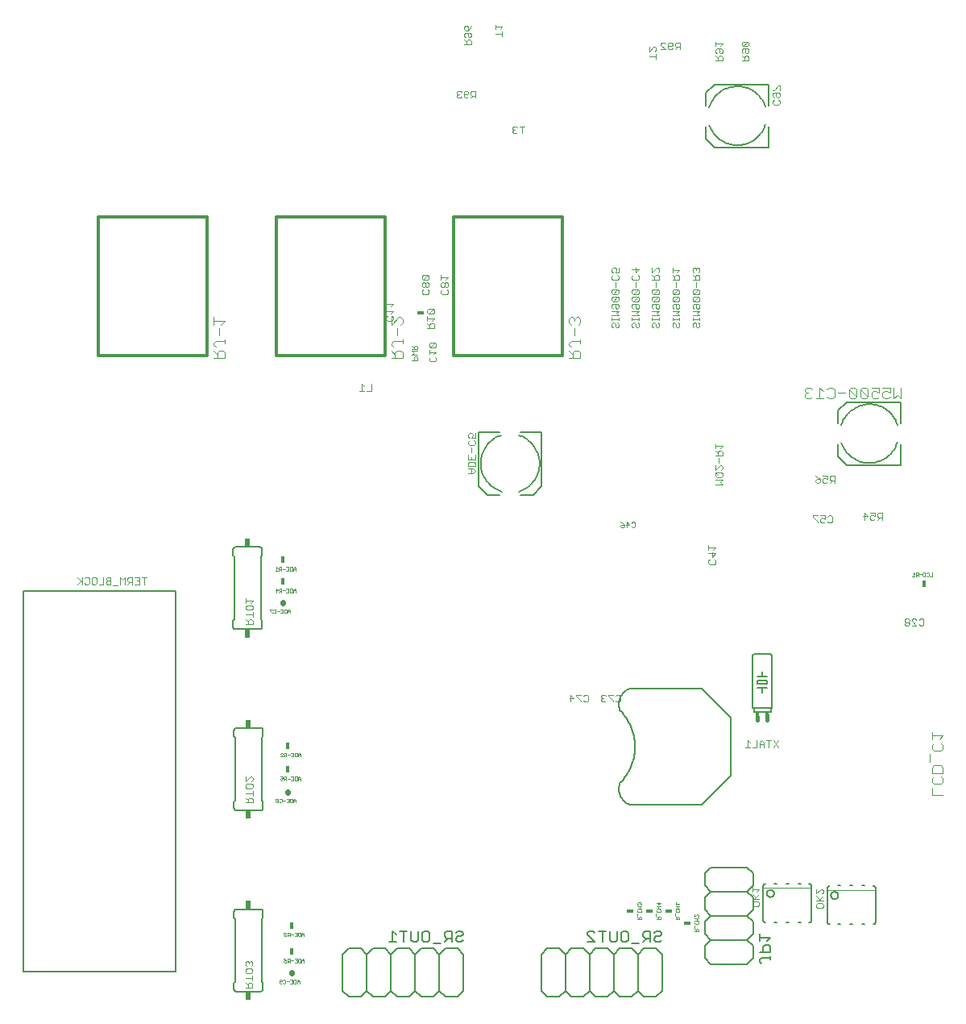
<source format=gbo>
G75*
G70*
%OFA0B0*%
%FSLAX24Y24*%
%IPPOS*%
%LPD*%
%AMOC8*
5,1,8,0,0,1.08239X$1,22.5*
%
%ADD10C,0.0030*%
%ADD11C,0.0220*%
%ADD12C,0.0010*%
%ADD13C,0.0080*%
%ADD14R,0.0180X0.0300*%
%ADD15R,0.0300X0.0180*%
%ADD16C,0.0060*%
%ADD17C,0.0050*%
%ADD18C,0.0040*%
%ADD19C,0.0020*%
%ADD20C,0.0160*%
%ADD21R,0.0160X0.0230*%
%ADD22R,0.0240X0.0340*%
%ADD23C,0.0120*%
D10*
X010331Y003313D02*
X010621Y003313D01*
X010621Y003458D01*
X010573Y003506D01*
X010476Y003506D01*
X010427Y003458D01*
X010427Y003313D01*
X010427Y003409D02*
X010331Y003506D01*
X010331Y003704D02*
X010621Y003704D01*
X010621Y003607D02*
X010621Y003801D01*
X010573Y003902D02*
X010379Y003902D01*
X010331Y003950D01*
X010331Y004047D01*
X010379Y004095D01*
X010573Y004095D01*
X010621Y004047D01*
X010621Y003950D01*
X010573Y003902D01*
X010573Y004197D02*
X010621Y004245D01*
X010621Y004342D01*
X010573Y004390D01*
X010524Y004390D01*
X010476Y004342D01*
X010427Y004390D01*
X010379Y004390D01*
X010331Y004342D01*
X010331Y004245D01*
X010379Y004197D01*
X010476Y004293D02*
X010476Y004342D01*
X010432Y010955D02*
X010432Y011100D01*
X010481Y011149D01*
X010578Y011149D01*
X010626Y011100D01*
X010626Y010955D01*
X010336Y010955D01*
X010432Y011052D02*
X010336Y011149D01*
X010336Y011347D02*
X010626Y011347D01*
X010626Y011250D02*
X010626Y011444D01*
X010578Y011545D02*
X010384Y011545D01*
X010336Y011593D01*
X010336Y011690D01*
X010384Y011738D01*
X010578Y011738D01*
X010626Y011690D01*
X010626Y011593D01*
X010578Y011545D01*
X010578Y011839D02*
X010626Y011888D01*
X010626Y011984D01*
X010578Y012033D01*
X010529Y012033D01*
X010336Y011839D01*
X010336Y012033D01*
X010346Y018332D02*
X010636Y018332D01*
X010636Y018477D01*
X010587Y018526D01*
X010491Y018526D01*
X010442Y018477D01*
X010442Y018332D01*
X010442Y018429D02*
X010346Y018526D01*
X010346Y018724D02*
X010636Y018724D01*
X010636Y018820D02*
X010636Y018627D01*
X010587Y018922D02*
X010394Y018922D01*
X010346Y018970D01*
X010346Y019067D01*
X010394Y019115D01*
X010587Y019115D01*
X010636Y019067D01*
X010636Y018970D01*
X010587Y018922D01*
X010539Y019216D02*
X010636Y019313D01*
X010346Y019313D01*
X010346Y019216D02*
X010346Y019410D01*
X006224Y020269D02*
X006030Y020269D01*
X006127Y020269D02*
X006127Y019978D01*
X005929Y019978D02*
X005736Y019978D01*
X005635Y019978D02*
X005635Y020269D01*
X005490Y020269D01*
X005441Y020220D01*
X005441Y020124D01*
X005490Y020075D01*
X005635Y020075D01*
X005538Y020075D02*
X005441Y019978D01*
X005340Y019978D02*
X005340Y020269D01*
X005243Y020172D01*
X005147Y020269D01*
X005147Y019978D01*
X005045Y019930D02*
X004852Y019930D01*
X004751Y019978D02*
X004606Y019978D01*
X004557Y020027D01*
X004557Y020075D01*
X004606Y020124D01*
X004751Y020124D01*
X004751Y020269D02*
X004606Y020269D01*
X004557Y020220D01*
X004557Y020172D01*
X004606Y020124D01*
X004751Y019978D02*
X004751Y020269D01*
X004456Y020269D02*
X004456Y019978D01*
X004263Y019978D01*
X004161Y020027D02*
X004113Y019978D01*
X004016Y019978D01*
X003968Y020027D01*
X003968Y020220D01*
X004016Y020269D01*
X004113Y020269D01*
X004161Y020220D01*
X004161Y020027D01*
X003867Y020027D02*
X003818Y019978D01*
X003722Y019978D01*
X003673Y020027D01*
X003572Y020075D02*
X003379Y020269D01*
X003572Y020269D02*
X003572Y019978D01*
X003524Y020124D02*
X003379Y019978D01*
X003673Y020220D02*
X003722Y020269D01*
X003818Y020269D01*
X003867Y020220D01*
X003867Y020027D01*
X005736Y020269D02*
X005929Y020269D01*
X005929Y019978D01*
X005929Y020124D02*
X005833Y020124D01*
X015056Y027971D02*
X015250Y027971D01*
X015153Y027971D02*
X015153Y028262D01*
X015250Y028165D01*
X015351Y027971D02*
X015545Y027971D01*
X015545Y028262D01*
X017926Y029239D02*
X017926Y029336D01*
X017975Y029384D01*
X017926Y029486D02*
X017926Y029679D01*
X017926Y029582D02*
X018216Y029582D01*
X018120Y029486D01*
X018168Y029384D02*
X018216Y029336D01*
X018216Y029239D01*
X018168Y029191D01*
X017975Y029191D01*
X017926Y029239D01*
X017975Y029780D02*
X017926Y029829D01*
X017926Y029925D01*
X017975Y029974D01*
X018168Y029974D01*
X017975Y029780D01*
X018168Y029780D01*
X018216Y029829D01*
X018216Y029925D01*
X018168Y029974D01*
X018139Y030582D02*
X017848Y030582D01*
X017945Y030582D02*
X017945Y030727D01*
X017993Y030776D01*
X018090Y030776D01*
X018139Y030727D01*
X018139Y030582D01*
X017945Y030679D02*
X017848Y030776D01*
X017848Y030877D02*
X017848Y031070D01*
X017848Y030974D02*
X018139Y030974D01*
X018042Y030877D01*
X018090Y031171D02*
X018139Y031220D01*
X018139Y031317D01*
X018090Y031365D01*
X017897Y031171D01*
X017848Y031220D01*
X017848Y031317D01*
X017897Y031365D01*
X018090Y031365D01*
X018090Y031171D02*
X017897Y031171D01*
X017874Y031971D02*
X017680Y031971D01*
X017632Y032019D01*
X017632Y032116D01*
X017680Y032164D01*
X017680Y032265D02*
X017729Y032265D01*
X017777Y032314D01*
X017777Y032410D01*
X017729Y032459D01*
X017680Y032459D01*
X017632Y032410D01*
X017632Y032314D01*
X017680Y032265D01*
X017777Y032314D02*
X017825Y032265D01*
X017874Y032265D01*
X017922Y032314D01*
X017922Y032410D01*
X017874Y032459D01*
X017825Y032459D01*
X017777Y032410D01*
X017680Y032560D02*
X017874Y032753D01*
X017680Y032753D01*
X017632Y032705D01*
X017632Y032608D01*
X017680Y032560D01*
X017874Y032560D01*
X017922Y032608D01*
X017922Y032705D01*
X017874Y032753D01*
X017874Y032164D02*
X017922Y032116D01*
X017922Y032019D01*
X017874Y031971D01*
X018419Y032019D02*
X018419Y032116D01*
X018468Y032164D01*
X018468Y032265D02*
X018516Y032265D01*
X018564Y032314D01*
X018564Y032410D01*
X018516Y032459D01*
X018468Y032459D01*
X018419Y032410D01*
X018419Y032314D01*
X018468Y032265D01*
X018564Y032314D02*
X018613Y032265D01*
X018661Y032265D01*
X018710Y032314D01*
X018710Y032410D01*
X018661Y032459D01*
X018613Y032459D01*
X018564Y032410D01*
X018613Y032560D02*
X018710Y032657D01*
X018419Y032657D01*
X018419Y032753D02*
X018419Y032560D01*
X018661Y032164D02*
X018710Y032116D01*
X018710Y032019D01*
X018661Y031971D01*
X018468Y031971D01*
X018419Y032019D01*
X016432Y031560D02*
X016142Y031560D01*
X016142Y031463D02*
X016142Y031657D01*
X016335Y031463D02*
X016432Y031560D01*
X016432Y031265D02*
X016142Y031265D01*
X016142Y031169D02*
X016142Y031362D01*
X016335Y031169D02*
X016432Y031265D01*
X016384Y031067D02*
X016432Y031019D01*
X016432Y030922D01*
X016384Y030874D01*
X016190Y030874D01*
X016142Y030922D01*
X016142Y031019D01*
X016190Y031067D01*
X019593Y026226D02*
X019544Y026177D01*
X019544Y026081D01*
X019593Y026032D01*
X019689Y026032D02*
X019738Y026129D01*
X019738Y026177D01*
X019689Y026226D01*
X019593Y026226D01*
X019689Y026032D02*
X019834Y026032D01*
X019834Y026226D01*
X019786Y025931D02*
X019834Y025883D01*
X019834Y025786D01*
X019786Y025738D01*
X019593Y025738D01*
X019544Y025786D01*
X019544Y025883D01*
X019593Y025931D01*
X019689Y025636D02*
X019689Y025443D01*
X019544Y025342D02*
X019544Y025148D01*
X019834Y025148D01*
X019834Y025342D01*
X019689Y025245D02*
X019689Y025148D01*
X019593Y025047D02*
X019786Y025047D01*
X019834Y024999D01*
X019834Y024854D01*
X019544Y024854D01*
X019544Y024999D01*
X019593Y025047D01*
X019544Y024752D02*
X019738Y024752D01*
X019834Y024656D01*
X019738Y024559D01*
X019544Y024559D01*
X019689Y024559D02*
X019689Y024752D01*
X025480Y030647D02*
X025529Y030598D01*
X025480Y030647D02*
X025480Y030744D01*
X025529Y030792D01*
X025577Y030792D01*
X025625Y030744D01*
X025625Y030647D01*
X025674Y030598D01*
X025722Y030598D01*
X025771Y030647D01*
X025771Y030744D01*
X025722Y030792D01*
X025771Y030893D02*
X025771Y030990D01*
X025771Y030941D02*
X025480Y030941D01*
X025480Y030893D02*
X025480Y030990D01*
X025480Y031090D02*
X025771Y031090D01*
X025674Y031186D01*
X025771Y031283D01*
X025480Y031283D01*
X025529Y031384D02*
X025480Y031433D01*
X025480Y031529D01*
X025529Y031578D01*
X025722Y031578D01*
X025771Y031529D01*
X025771Y031433D01*
X025722Y031384D01*
X025674Y031384D01*
X025625Y031433D01*
X025625Y031578D01*
X025529Y031679D02*
X025722Y031872D01*
X025529Y031872D01*
X025480Y031824D01*
X025480Y031727D01*
X025529Y031679D01*
X025722Y031679D01*
X025771Y031727D01*
X025771Y031824D01*
X025722Y031872D01*
X025722Y031974D02*
X025771Y032022D01*
X025771Y032119D01*
X025722Y032167D01*
X025529Y031974D01*
X025480Y032022D01*
X025480Y032119D01*
X025529Y032167D01*
X025722Y032167D01*
X025625Y032268D02*
X025625Y032462D01*
X025529Y032563D02*
X025480Y032611D01*
X025480Y032708D01*
X025529Y032756D01*
X025529Y032857D02*
X025480Y032906D01*
X025480Y033003D01*
X025529Y033051D01*
X025625Y033051D01*
X025674Y033003D01*
X025674Y032954D01*
X025625Y032857D01*
X025771Y032857D01*
X025771Y033051D01*
X025722Y032756D02*
X025771Y032708D01*
X025771Y032611D01*
X025722Y032563D01*
X025529Y032563D01*
X025529Y031974D02*
X025722Y031974D01*
X026317Y032022D02*
X026365Y031974D01*
X026559Y032167D01*
X026365Y032167D01*
X026317Y032119D01*
X026317Y032022D01*
X026365Y031974D02*
X026559Y031974D01*
X026607Y032022D01*
X026607Y032119D01*
X026559Y032167D01*
X026462Y032268D02*
X026462Y032462D01*
X026365Y032563D02*
X026317Y032611D01*
X026317Y032708D01*
X026365Y032756D01*
X026462Y032857D02*
X026462Y033051D01*
X026317Y033003D02*
X026607Y033003D01*
X026462Y032857D01*
X026559Y032756D02*
X026607Y032708D01*
X026607Y032611D01*
X026559Y032563D01*
X026365Y032563D01*
X026365Y031872D02*
X026317Y031824D01*
X026317Y031727D01*
X026365Y031679D01*
X026559Y031872D01*
X026365Y031872D01*
X026365Y031679D02*
X026559Y031679D01*
X026607Y031727D01*
X026607Y031824D01*
X026559Y031872D01*
X026559Y031578D02*
X026607Y031529D01*
X026607Y031433D01*
X026559Y031384D01*
X026510Y031384D01*
X026462Y031433D01*
X026462Y031578D01*
X026365Y031578D02*
X026559Y031578D01*
X026365Y031578D02*
X026317Y031529D01*
X026317Y031433D01*
X026365Y031384D01*
X026317Y031283D02*
X026607Y031283D01*
X026510Y031186D01*
X026607Y031090D01*
X026317Y031090D01*
X026317Y030990D02*
X026317Y030893D01*
X026317Y030941D02*
X026607Y030941D01*
X026607Y030893D02*
X026607Y030990D01*
X026559Y030792D02*
X026607Y030744D01*
X026607Y030647D01*
X026559Y030598D01*
X026510Y030598D01*
X026462Y030647D01*
X026462Y030744D01*
X026414Y030792D01*
X026365Y030792D01*
X026317Y030744D01*
X026317Y030647D01*
X026365Y030598D01*
X027154Y030647D02*
X027202Y030598D01*
X027154Y030647D02*
X027154Y030744D01*
X027202Y030792D01*
X027250Y030792D01*
X027299Y030744D01*
X027299Y030647D01*
X027347Y030598D01*
X027395Y030598D01*
X027444Y030647D01*
X027444Y030744D01*
X027395Y030792D01*
X027444Y030893D02*
X027444Y030990D01*
X027444Y030941D02*
X027154Y030941D01*
X027154Y030893D02*
X027154Y030990D01*
X027154Y031090D02*
X027444Y031090D01*
X027347Y031186D01*
X027444Y031283D01*
X027154Y031283D01*
X027202Y031384D02*
X027154Y031433D01*
X027154Y031529D01*
X027202Y031578D01*
X027395Y031578D01*
X027444Y031529D01*
X027444Y031433D01*
X027395Y031384D01*
X027347Y031384D01*
X027299Y031433D01*
X027299Y031578D01*
X027395Y031679D02*
X027444Y031727D01*
X027444Y031824D01*
X027395Y031872D01*
X027202Y031679D01*
X027154Y031727D01*
X027154Y031824D01*
X027202Y031872D01*
X027395Y031872D01*
X027395Y031974D02*
X027444Y032022D01*
X027444Y032119D01*
X027395Y032167D01*
X027202Y031974D01*
X027154Y032022D01*
X027154Y032119D01*
X027202Y032167D01*
X027395Y032167D01*
X027299Y032268D02*
X027299Y032462D01*
X027250Y032563D02*
X027250Y032708D01*
X027299Y032756D01*
X027395Y032756D01*
X027444Y032708D01*
X027444Y032563D01*
X027154Y032563D01*
X027250Y032660D02*
X027154Y032756D01*
X027154Y032857D02*
X027347Y033051D01*
X027395Y033051D01*
X027444Y033003D01*
X027444Y032906D01*
X027395Y032857D01*
X027154Y032857D02*
X027154Y033051D01*
X027990Y033051D02*
X027990Y032857D01*
X027990Y032954D02*
X028280Y032954D01*
X028184Y032857D01*
X028232Y032756D02*
X028135Y032756D01*
X028087Y032708D01*
X028087Y032563D01*
X028087Y032660D02*
X027990Y032756D01*
X027990Y032563D02*
X028280Y032563D01*
X028280Y032708D01*
X028232Y032756D01*
X028135Y032462D02*
X028135Y032268D01*
X028039Y032167D02*
X027990Y032119D01*
X027990Y032022D01*
X028039Y031974D01*
X028232Y032167D01*
X028039Y032167D01*
X028232Y032167D02*
X028280Y032119D01*
X028280Y032022D01*
X028232Y031974D01*
X028039Y031974D01*
X028039Y031872D02*
X027990Y031824D01*
X027990Y031727D01*
X028039Y031679D01*
X028232Y031872D01*
X028039Y031872D01*
X028232Y031872D02*
X028280Y031824D01*
X028280Y031727D01*
X028232Y031679D01*
X028039Y031679D01*
X028039Y031578D02*
X028232Y031578D01*
X028280Y031529D01*
X028280Y031433D01*
X028232Y031384D01*
X028184Y031384D01*
X028135Y031433D01*
X028135Y031578D01*
X028039Y031578D02*
X027990Y031529D01*
X027990Y031433D01*
X028039Y031384D01*
X027990Y031283D02*
X028280Y031283D01*
X028184Y031186D01*
X028280Y031090D01*
X027990Y031090D01*
X027990Y030990D02*
X027990Y030893D01*
X027990Y030941D02*
X028280Y030941D01*
X028280Y030893D02*
X028280Y030990D01*
X028232Y030792D02*
X028280Y030744D01*
X028280Y030647D01*
X028232Y030598D01*
X028184Y030598D01*
X028135Y030647D01*
X028135Y030744D01*
X028087Y030792D01*
X028039Y030792D01*
X027990Y030744D01*
X027990Y030647D01*
X028039Y030598D01*
X028827Y030647D02*
X028875Y030598D01*
X028827Y030647D02*
X028827Y030744D01*
X028875Y030792D01*
X028924Y030792D01*
X028972Y030744D01*
X028972Y030647D01*
X029020Y030598D01*
X029069Y030598D01*
X029117Y030647D01*
X029117Y030744D01*
X029069Y030792D01*
X029117Y030893D02*
X029117Y030990D01*
X029117Y030941D02*
X028827Y030941D01*
X028827Y030893D02*
X028827Y030990D01*
X028827Y031090D02*
X029117Y031090D01*
X029020Y031186D01*
X029117Y031283D01*
X028827Y031283D01*
X028875Y031384D02*
X028827Y031433D01*
X028827Y031529D01*
X028875Y031578D01*
X029069Y031578D01*
X029117Y031529D01*
X029117Y031433D01*
X029069Y031384D01*
X029020Y031384D01*
X028972Y031433D01*
X028972Y031578D01*
X029069Y031679D02*
X029117Y031727D01*
X029117Y031824D01*
X029069Y031872D01*
X028875Y031679D01*
X028827Y031727D01*
X028827Y031824D01*
X028875Y031872D01*
X029069Y031872D01*
X029069Y031974D02*
X029117Y032022D01*
X029117Y032119D01*
X029069Y032167D01*
X028875Y031974D01*
X028827Y032022D01*
X028827Y032119D01*
X028875Y032167D01*
X029069Y032167D01*
X028972Y032268D02*
X028972Y032462D01*
X028924Y032563D02*
X028924Y032708D01*
X028972Y032756D01*
X029069Y032756D01*
X029117Y032708D01*
X029117Y032563D01*
X028827Y032563D01*
X028924Y032660D02*
X028827Y032756D01*
X028875Y032857D02*
X028827Y032906D01*
X028827Y033003D01*
X028875Y033051D01*
X028924Y033051D01*
X028972Y033003D01*
X028972Y032954D01*
X028972Y033003D02*
X029020Y033051D01*
X029069Y033051D01*
X029117Y033003D01*
X029117Y032906D01*
X029069Y032857D01*
X029069Y031974D02*
X028875Y031974D01*
X028875Y031679D02*
X029069Y031679D01*
X027395Y031679D02*
X027202Y031679D01*
X027202Y031974D02*
X027395Y031974D01*
X029777Y025782D02*
X029777Y025589D01*
X029777Y025686D02*
X030067Y025686D01*
X029970Y025589D01*
X029922Y025488D02*
X029874Y025439D01*
X029874Y025294D01*
X029874Y025391D02*
X029777Y025488D01*
X029922Y025488D02*
X030019Y025488D01*
X030067Y025439D01*
X030067Y025294D01*
X029777Y025294D01*
X029922Y025193D02*
X029922Y025000D01*
X029970Y024898D02*
X030019Y024898D01*
X030067Y024850D01*
X030067Y024753D01*
X030019Y024705D01*
X030019Y024604D02*
X029825Y024604D01*
X029777Y024555D01*
X029777Y024459D01*
X029825Y024410D01*
X030019Y024410D01*
X030067Y024459D01*
X030067Y024555D01*
X030019Y024604D01*
X029874Y024507D02*
X029777Y024604D01*
X029777Y024705D02*
X029970Y024898D01*
X029777Y024898D02*
X029777Y024705D01*
X029777Y024309D02*
X030067Y024309D01*
X029970Y024212D01*
X030067Y024116D01*
X029777Y024116D01*
X029483Y021598D02*
X029483Y021404D01*
X029483Y021501D02*
X029773Y021501D01*
X029677Y021404D01*
X029628Y021303D02*
X029628Y021110D01*
X029773Y021255D01*
X029483Y021255D01*
X029532Y021008D02*
X029483Y020960D01*
X029483Y020863D01*
X029532Y020815D01*
X029725Y020815D01*
X029773Y020863D01*
X029773Y020960D01*
X029725Y021008D01*
X033821Y022777D02*
X034015Y022584D01*
X034015Y022535D01*
X034116Y022584D02*
X034164Y022535D01*
X034261Y022535D01*
X034309Y022584D01*
X034309Y022681D02*
X034212Y022729D01*
X034164Y022729D01*
X034116Y022681D01*
X034116Y022584D01*
X034309Y022681D02*
X034309Y022826D01*
X034116Y022826D01*
X034015Y022826D02*
X033821Y022826D01*
X033821Y022777D01*
X034410Y022777D02*
X034459Y022826D01*
X034556Y022826D01*
X034604Y022777D01*
X034604Y022584D01*
X034556Y022535D01*
X034459Y022535D01*
X034410Y022584D01*
X035877Y022794D02*
X036070Y022794D01*
X035925Y022939D01*
X035925Y022649D01*
X036171Y022697D02*
X036220Y022649D01*
X036316Y022649D01*
X036365Y022697D01*
X036365Y022794D02*
X036268Y022842D01*
X036220Y022842D01*
X036171Y022794D01*
X036171Y022697D01*
X036365Y022794D02*
X036365Y022939D01*
X036171Y022939D01*
X036466Y022891D02*
X036466Y022794D01*
X036514Y022746D01*
X036660Y022746D01*
X036660Y022649D02*
X036660Y022939D01*
X036514Y022939D01*
X036466Y022891D01*
X036563Y022746D02*
X036466Y022649D01*
X034691Y024175D02*
X034691Y024465D01*
X034546Y024465D01*
X034498Y024416D01*
X034498Y024320D01*
X034546Y024271D01*
X034691Y024271D01*
X034594Y024271D02*
X034498Y024175D01*
X034396Y024223D02*
X034348Y024175D01*
X034251Y024175D01*
X034203Y024223D01*
X034203Y024320D01*
X034251Y024368D01*
X034300Y024368D01*
X034396Y024320D01*
X034396Y024465D01*
X034203Y024465D01*
X034102Y024320D02*
X033957Y024320D01*
X033908Y024271D01*
X033908Y024223D01*
X033957Y024175D01*
X034053Y024175D01*
X034102Y024223D01*
X034102Y024320D01*
X034005Y024416D01*
X033908Y024465D01*
X037649Y018561D02*
X037601Y018512D01*
X037601Y018464D01*
X037649Y018416D01*
X037746Y018416D01*
X037794Y018464D01*
X037794Y018512D01*
X037746Y018561D01*
X037649Y018561D01*
X037649Y018416D02*
X037601Y018367D01*
X037601Y018319D01*
X037649Y018271D01*
X037746Y018271D01*
X037794Y018319D01*
X037794Y018367D01*
X037746Y018416D01*
X037895Y018464D02*
X037895Y018512D01*
X037944Y018561D01*
X038040Y018561D01*
X038089Y018512D01*
X038190Y018512D02*
X038238Y018561D01*
X038335Y018561D01*
X038384Y018512D01*
X038384Y018319D01*
X038335Y018271D01*
X038238Y018271D01*
X038190Y018319D01*
X038089Y018271D02*
X037895Y018464D01*
X037895Y018271D02*
X038089Y018271D01*
X032373Y013529D02*
X032179Y013239D01*
X032373Y013239D02*
X032179Y013529D01*
X032078Y013529D02*
X031885Y013529D01*
X031981Y013529D02*
X031981Y013239D01*
X031783Y013239D02*
X031783Y013433D01*
X031687Y013529D01*
X031590Y013433D01*
X031590Y013239D01*
X031489Y013239D02*
X031295Y013239D01*
X031194Y013239D02*
X031001Y013239D01*
X031097Y013239D02*
X031097Y013529D01*
X031194Y013433D01*
X031489Y013529D02*
X031489Y013239D01*
X031590Y013384D02*
X031783Y013384D01*
X031290Y007462D02*
X031290Y007268D01*
X031290Y007365D02*
X031580Y007365D01*
X031483Y007268D01*
X031580Y007167D02*
X031387Y006974D01*
X031435Y007022D02*
X031290Y007167D01*
X031290Y006974D02*
X031580Y006974D01*
X031532Y006873D02*
X031580Y006824D01*
X031580Y006727D01*
X031532Y006679D01*
X031338Y006679D01*
X031290Y006727D01*
X031290Y006824D01*
X031338Y006873D01*
X031532Y006873D01*
X033947Y006895D02*
X034238Y006895D01*
X034189Y006794D02*
X034238Y006745D01*
X034238Y006649D01*
X034189Y006600D01*
X033996Y006600D01*
X033947Y006649D01*
X033947Y006745D01*
X033996Y006794D01*
X034189Y006794D01*
X034044Y006895D02*
X034238Y007088D01*
X034189Y007190D02*
X034238Y007238D01*
X034238Y007335D01*
X034189Y007383D01*
X034141Y007383D01*
X033947Y007190D01*
X033947Y007383D01*
X033947Y007088D02*
X034092Y006943D01*
X025834Y015169D02*
X025786Y015121D01*
X025689Y015121D01*
X025641Y015169D01*
X025540Y015169D02*
X025540Y015121D01*
X025540Y015169D02*
X025346Y015363D01*
X025346Y015411D01*
X025540Y015411D01*
X025641Y015363D02*
X025689Y015411D01*
X025786Y015411D01*
X025834Y015363D01*
X025834Y015169D01*
X025245Y015169D02*
X025197Y015121D01*
X025100Y015121D01*
X025052Y015169D01*
X025052Y015218D01*
X025100Y015266D01*
X025148Y015266D01*
X025100Y015266D02*
X025052Y015314D01*
X025052Y015363D01*
X025100Y015411D01*
X025197Y015411D01*
X025245Y015363D01*
X024506Y015363D02*
X024506Y015169D01*
X024457Y015121D01*
X024360Y015121D01*
X024312Y015169D01*
X024211Y015169D02*
X024211Y015121D01*
X024211Y015169D02*
X024017Y015363D01*
X024017Y015411D01*
X024211Y015411D01*
X024312Y015363D02*
X024360Y015411D01*
X024457Y015411D01*
X024506Y015363D01*
X023916Y015266D02*
X023723Y015266D01*
X023771Y015121D02*
X023771Y015411D01*
X023916Y015266D01*
X021774Y038622D02*
X021774Y038912D01*
X021870Y038912D02*
X021677Y038912D01*
X021576Y038864D02*
X021527Y038912D01*
X021431Y038912D01*
X021382Y038864D01*
X021382Y038815D01*
X021431Y038767D01*
X021382Y038719D01*
X021382Y038670D01*
X021431Y038622D01*
X021527Y038622D01*
X021576Y038670D01*
X021479Y038767D02*
X021431Y038767D01*
X019847Y040086D02*
X019847Y040377D01*
X019701Y040377D01*
X019653Y040328D01*
X019653Y040231D01*
X019701Y040183D01*
X019847Y040183D01*
X019750Y040183D02*
X019653Y040086D01*
X019552Y040135D02*
X019504Y040086D01*
X019407Y040086D01*
X019358Y040135D01*
X019358Y040328D01*
X019407Y040377D01*
X019504Y040377D01*
X019552Y040328D01*
X019552Y040280D01*
X019504Y040231D01*
X019358Y040231D01*
X019257Y040135D02*
X019209Y040086D01*
X019112Y040086D01*
X019064Y040135D01*
X019064Y040183D01*
X019112Y040231D01*
X019161Y040231D01*
X019112Y040231D02*
X019064Y040280D01*
X019064Y040328D01*
X019112Y040377D01*
X019209Y040377D01*
X019257Y040328D01*
X019378Y042291D02*
X019668Y042291D01*
X019668Y042437D01*
X019620Y042485D01*
X019523Y042485D01*
X019475Y042437D01*
X019475Y042291D01*
X019475Y042388D02*
X019378Y042485D01*
X019426Y042586D02*
X019378Y042634D01*
X019378Y042731D01*
X019426Y042780D01*
X019620Y042780D01*
X019668Y042731D01*
X019668Y042634D01*
X019620Y042586D01*
X019571Y042586D01*
X019523Y042634D01*
X019523Y042780D01*
X019523Y042881D02*
X019523Y043026D01*
X019475Y043074D01*
X019426Y043074D01*
X019378Y043026D01*
X019378Y042929D01*
X019426Y042881D01*
X019523Y042881D01*
X019620Y042977D01*
X019668Y043074D01*
X020665Y043116D02*
X020665Y042923D01*
X020665Y043019D02*
X020956Y043019D01*
X020859Y042923D01*
X020956Y042821D02*
X020956Y042628D01*
X020956Y042725D02*
X020665Y042725D01*
X027024Y042201D02*
X027024Y042007D01*
X027217Y042201D01*
X027266Y042201D01*
X027314Y042152D01*
X027314Y042056D01*
X027266Y042007D01*
X027314Y041906D02*
X027314Y041713D01*
X027314Y041809D02*
X027024Y041809D01*
X027512Y042089D02*
X027706Y042089D01*
X027512Y042283D01*
X027512Y042331D01*
X027561Y042380D01*
X027657Y042380D01*
X027706Y042331D01*
X027807Y042331D02*
X027855Y042380D01*
X027952Y042380D01*
X028000Y042331D01*
X028000Y042283D01*
X027952Y042235D01*
X027807Y042235D01*
X027807Y042331D02*
X027807Y042138D01*
X027855Y042089D01*
X027952Y042089D01*
X028000Y042138D01*
X028101Y042089D02*
X028198Y042186D01*
X028150Y042186D02*
X028295Y042186D01*
X028295Y042089D02*
X028295Y042380D01*
X028150Y042380D01*
X028101Y042331D01*
X028101Y042235D01*
X028150Y042186D01*
X029778Y042221D02*
X029778Y042415D01*
X029778Y042318D02*
X030069Y042318D01*
X029972Y042221D01*
X030020Y042120D02*
X030069Y042072D01*
X030069Y041975D01*
X030020Y041926D01*
X029972Y041926D01*
X029924Y041975D01*
X029924Y042120D01*
X030020Y042120D02*
X029827Y042120D01*
X029778Y042072D01*
X029778Y041975D01*
X029827Y041926D01*
X029778Y041825D02*
X029875Y041729D01*
X029875Y041777D02*
X029875Y041632D01*
X029778Y041632D02*
X030069Y041632D01*
X030069Y041777D01*
X030020Y041825D01*
X029924Y041825D01*
X029875Y041777D01*
X030861Y041825D02*
X030958Y041729D01*
X030958Y041777D02*
X030958Y041632D01*
X030861Y041632D02*
X031151Y041632D01*
X031151Y041777D01*
X031103Y041825D01*
X031006Y041825D01*
X030958Y041777D01*
X030910Y041926D02*
X030861Y041975D01*
X030861Y042072D01*
X030910Y042120D01*
X031103Y042120D01*
X031151Y042072D01*
X031151Y041975D01*
X031103Y041926D01*
X031055Y041926D01*
X031006Y041975D01*
X031006Y042120D01*
X030910Y042221D02*
X031103Y042415D01*
X030910Y042415D01*
X030861Y042366D01*
X030861Y042270D01*
X030910Y042221D01*
X031103Y042221D01*
X031151Y042270D01*
X031151Y042366D01*
X031103Y042415D01*
X032385Y040596D02*
X032191Y040402D01*
X032143Y040402D01*
X032191Y040301D02*
X032143Y040253D01*
X032143Y040156D01*
X032191Y040108D01*
X032191Y040006D02*
X032143Y039958D01*
X032143Y039861D01*
X032191Y039813D01*
X032385Y039813D01*
X032433Y039861D01*
X032433Y039958D01*
X032385Y040006D01*
X032385Y040108D02*
X032336Y040108D01*
X032288Y040156D01*
X032288Y040301D01*
X032385Y040301D02*
X032433Y040253D01*
X032433Y040156D01*
X032385Y040108D01*
X032385Y040301D02*
X032191Y040301D01*
X032433Y040402D02*
X032433Y040596D01*
X032385Y040596D01*
D11*
X011879Y019231D02*
X011879Y019207D01*
X012076Y011406D02*
X012076Y011382D01*
X012223Y003926D02*
X012223Y003902D01*
D12*
X012173Y003631D02*
X012274Y003631D01*
X012274Y003481D01*
X012173Y003481D01*
X012126Y003556D02*
X012026Y003556D01*
X011979Y003506D02*
X011954Y003481D01*
X011904Y003481D01*
X011879Y003506D01*
X011832Y003506D02*
X011807Y003481D01*
X011757Y003481D01*
X011732Y003506D01*
X011732Y003606D01*
X011757Y003631D01*
X011807Y003631D01*
X011832Y003606D01*
X011832Y003581D01*
X011807Y003556D01*
X011732Y003556D01*
X011879Y003606D02*
X011904Y003631D01*
X011954Y003631D01*
X011979Y003606D01*
X011979Y003506D01*
X012224Y003556D02*
X012274Y003556D01*
X012321Y003506D02*
X012321Y003606D01*
X012346Y003631D01*
X012421Y003631D01*
X012421Y003481D01*
X012346Y003481D01*
X012321Y003506D01*
X012468Y003481D02*
X012468Y003581D01*
X012518Y003631D01*
X012568Y003581D01*
X012568Y003481D01*
X012568Y003556D02*
X012468Y003556D01*
X012458Y004345D02*
X012357Y004345D01*
X012310Y004420D02*
X012210Y004420D01*
X012163Y004395D02*
X012088Y004395D01*
X012063Y004420D01*
X012063Y004470D01*
X012088Y004495D01*
X012163Y004495D01*
X012163Y004345D01*
X012113Y004395D02*
X012063Y004345D01*
X012016Y004370D02*
X011991Y004345D01*
X011940Y004345D01*
X011915Y004370D01*
X011915Y004395D01*
X011940Y004420D01*
X012016Y004420D01*
X012016Y004370D01*
X012016Y004420D02*
X011966Y004470D01*
X011915Y004495D01*
X012357Y004495D02*
X012458Y004495D01*
X012458Y004345D01*
X012505Y004370D02*
X012505Y004470D01*
X012530Y004495D01*
X012605Y004495D01*
X012605Y004345D01*
X012530Y004345D01*
X012505Y004370D01*
X012458Y004420D02*
X012407Y004420D01*
X012652Y004420D02*
X012752Y004420D01*
X012752Y004445D02*
X012702Y004495D01*
X012652Y004445D01*
X012652Y004345D01*
X012752Y004345D02*
X012752Y004445D01*
X012752Y005428D02*
X012752Y005528D01*
X012702Y005578D01*
X012652Y005528D01*
X012652Y005428D01*
X012605Y005428D02*
X012530Y005428D01*
X012505Y005453D01*
X012505Y005553D01*
X012530Y005578D01*
X012605Y005578D01*
X012605Y005428D01*
X012652Y005503D02*
X012752Y005503D01*
X012458Y005503D02*
X012407Y005503D01*
X012357Y005578D02*
X012458Y005578D01*
X012458Y005428D01*
X012357Y005428D01*
X012310Y005503D02*
X012210Y005503D01*
X012163Y005478D02*
X012088Y005478D01*
X012063Y005503D01*
X012063Y005553D01*
X012088Y005578D01*
X012163Y005578D01*
X012163Y005428D01*
X012113Y005478D02*
X012063Y005428D01*
X012016Y005453D02*
X011991Y005428D01*
X011940Y005428D01*
X011915Y005453D01*
X011915Y005478D01*
X011940Y005503D01*
X011966Y005503D01*
X011940Y005503D02*
X011915Y005528D01*
X011915Y005553D01*
X011940Y005578D01*
X011991Y005578D01*
X012016Y005553D01*
X012026Y010961D02*
X012126Y010961D01*
X012126Y011111D01*
X012026Y011111D01*
X011979Y011036D02*
X011879Y011036D01*
X011831Y010986D02*
X011806Y010961D01*
X011756Y010961D01*
X011731Y010986D01*
X011684Y010986D02*
X011684Y011011D01*
X011659Y011036D01*
X011609Y011036D01*
X011584Y011011D01*
X011584Y010986D01*
X011609Y010961D01*
X011659Y010961D01*
X011684Y010986D01*
X011659Y011036D02*
X011684Y011061D01*
X011684Y011086D01*
X011659Y011111D01*
X011609Y011111D01*
X011584Y011086D01*
X011584Y011061D01*
X011609Y011036D01*
X011731Y011086D02*
X011756Y011111D01*
X011806Y011111D01*
X011831Y011086D01*
X011831Y010986D01*
X012076Y011036D02*
X012126Y011036D01*
X012173Y010986D02*
X012173Y011086D01*
X012198Y011111D01*
X012273Y011111D01*
X012273Y010961D01*
X012198Y010961D01*
X012173Y010986D01*
X012321Y010961D02*
X012321Y011061D01*
X012371Y011111D01*
X012421Y011061D01*
X012421Y010961D01*
X012421Y011036D02*
X012321Y011036D01*
X012310Y011875D02*
X012210Y011875D01*
X012163Y011950D02*
X012062Y011950D01*
X012015Y011925D02*
X011940Y011925D01*
X011915Y011950D01*
X011915Y012000D01*
X011940Y012025D01*
X012015Y012025D01*
X012015Y011875D01*
X011965Y011925D02*
X011915Y011875D01*
X011868Y011900D02*
X011843Y011875D01*
X011793Y011875D01*
X011768Y011900D01*
X011768Y011950D01*
X011793Y011975D01*
X011818Y011975D01*
X011868Y011950D01*
X011868Y012025D01*
X011768Y012025D01*
X012210Y012025D02*
X012310Y012025D01*
X012310Y011875D01*
X012357Y011900D02*
X012357Y012000D01*
X012382Y012025D01*
X012457Y012025D01*
X012457Y011875D01*
X012382Y011875D01*
X012357Y011900D01*
X012310Y011950D02*
X012260Y011950D01*
X012504Y011950D02*
X012605Y011950D01*
X012605Y011975D02*
X012555Y012025D01*
X012504Y011975D01*
X012504Y011875D01*
X012605Y011875D02*
X012605Y011975D01*
X012605Y012859D02*
X012605Y012959D01*
X012555Y013009D01*
X012504Y012959D01*
X012504Y012859D01*
X012457Y012859D02*
X012382Y012859D01*
X012357Y012884D01*
X012357Y012984D01*
X012382Y013009D01*
X012457Y013009D01*
X012457Y012859D01*
X012504Y012934D02*
X012605Y012934D01*
X012310Y012934D02*
X012260Y012934D01*
X012310Y013009D02*
X012310Y012859D01*
X012210Y012859D01*
X012163Y012934D02*
X012062Y012934D01*
X012015Y012909D02*
X011940Y012909D01*
X011915Y012934D01*
X011915Y012984D01*
X011940Y013009D01*
X012015Y013009D01*
X012015Y012859D01*
X011965Y012909D02*
X011915Y012859D01*
X011868Y012859D02*
X011768Y012959D01*
X011768Y012984D01*
X011793Y013009D01*
X011843Y013009D01*
X011868Y012984D01*
X011868Y012859D02*
X011768Y012859D01*
X012210Y013009D02*
X012310Y013009D01*
X012175Y018786D02*
X012175Y018886D01*
X012124Y018936D01*
X012074Y018886D01*
X012074Y018786D01*
X012027Y018786D02*
X011952Y018786D01*
X011927Y018811D01*
X011927Y018911D01*
X011952Y018936D01*
X012027Y018936D01*
X012027Y018786D01*
X012074Y018861D02*
X012175Y018861D01*
X011880Y018861D02*
X011830Y018861D01*
X011880Y018786D02*
X011780Y018786D01*
X011733Y018861D02*
X011632Y018861D01*
X011585Y018811D02*
X011560Y018786D01*
X011510Y018786D01*
X011485Y018811D01*
X011438Y018811D02*
X011438Y018786D01*
X011438Y018811D02*
X011338Y018911D01*
X011338Y018936D01*
X011438Y018936D01*
X011485Y018911D02*
X011510Y018936D01*
X011560Y018936D01*
X011585Y018911D01*
X011585Y018811D01*
X011780Y018936D02*
X011880Y018936D01*
X011880Y018786D01*
X011818Y019650D02*
X011818Y019800D01*
X011743Y019800D01*
X011718Y019775D01*
X011718Y019725D01*
X011743Y019700D01*
X011818Y019700D01*
X011768Y019700D02*
X011718Y019650D01*
X011671Y019725D02*
X011571Y019725D01*
X011596Y019650D02*
X011596Y019800D01*
X011671Y019725D01*
X011866Y019725D02*
X011966Y019725D01*
X012013Y019650D02*
X012113Y019650D01*
X012113Y019800D01*
X012013Y019800D01*
X012063Y019725D02*
X012113Y019725D01*
X012160Y019675D02*
X012160Y019775D01*
X012185Y019800D01*
X012260Y019800D01*
X012260Y019650D01*
X012185Y019650D01*
X012160Y019675D01*
X012308Y019650D02*
X012308Y019750D01*
X012358Y019800D01*
X012408Y019750D01*
X012408Y019650D01*
X012408Y019725D02*
X012308Y019725D01*
X012308Y020536D02*
X012308Y020636D01*
X012358Y020686D01*
X012408Y020636D01*
X012408Y020536D01*
X012408Y020611D02*
X012308Y020611D01*
X012260Y020536D02*
X012185Y020536D01*
X012160Y020561D01*
X012160Y020661D01*
X012185Y020686D01*
X012260Y020686D01*
X012260Y020536D01*
X012113Y020536D02*
X012013Y020536D01*
X011966Y020611D02*
X011866Y020611D01*
X011818Y020586D02*
X011743Y020586D01*
X011718Y020611D01*
X011718Y020661D01*
X011743Y020686D01*
X011818Y020686D01*
X011818Y020536D01*
X011768Y020586D02*
X011718Y020536D01*
X011671Y020536D02*
X011571Y020536D01*
X011621Y020536D02*
X011621Y020686D01*
X011671Y020636D01*
X012013Y020686D02*
X012113Y020686D01*
X012113Y020536D01*
X012113Y020611D02*
X012063Y020611D01*
X026554Y006793D02*
X026554Y006743D01*
X026579Y006718D01*
X026554Y006670D02*
X026704Y006670D01*
X026679Y006718D02*
X026704Y006743D01*
X026704Y006793D01*
X026679Y006818D01*
X026654Y006818D01*
X026629Y006793D01*
X026604Y006818D01*
X026579Y006818D01*
X026554Y006793D01*
X026629Y006793D02*
X026629Y006768D01*
X026629Y006670D02*
X026629Y006570D01*
X026679Y006523D02*
X026704Y006498D01*
X026704Y006448D01*
X026679Y006423D01*
X026579Y006423D01*
X026554Y006448D01*
X026554Y006498D01*
X026579Y006523D01*
X026554Y006570D02*
X026704Y006570D01*
X026529Y006376D02*
X026529Y006276D01*
X026554Y006228D02*
X026604Y006178D01*
X026604Y006203D02*
X026604Y006128D01*
X026554Y006128D02*
X026704Y006128D01*
X026704Y006203D01*
X026679Y006228D01*
X026629Y006228D01*
X026604Y006203D01*
X027316Y006276D02*
X027316Y006376D01*
X027366Y006423D02*
X027341Y006448D01*
X027341Y006498D01*
X027366Y006523D01*
X027341Y006570D02*
X027491Y006570D01*
X027466Y006523D02*
X027491Y006498D01*
X027491Y006448D01*
X027466Y006423D01*
X027366Y006423D01*
X027416Y006570D02*
X027416Y006670D01*
X027416Y006718D02*
X027416Y006818D01*
X027341Y006793D02*
X027491Y006793D01*
X027416Y006718D01*
X027491Y006670D02*
X027341Y006670D01*
X027341Y006228D02*
X027391Y006178D01*
X027391Y006203D02*
X027391Y006128D01*
X027341Y006128D02*
X027491Y006128D01*
X027491Y006203D01*
X027466Y006228D01*
X027416Y006228D01*
X027391Y006203D01*
X028104Y006276D02*
X028104Y006376D01*
X028154Y006423D02*
X028129Y006448D01*
X028129Y006498D01*
X028154Y006523D01*
X028129Y006570D02*
X028279Y006570D01*
X028254Y006523D02*
X028279Y006498D01*
X028279Y006448D01*
X028254Y006423D01*
X028154Y006423D01*
X028204Y006570D02*
X028204Y006670D01*
X028229Y006718D02*
X028279Y006768D01*
X028129Y006768D01*
X028129Y006718D02*
X028129Y006818D01*
X028129Y006670D02*
X028279Y006670D01*
X028254Y006228D02*
X028204Y006228D01*
X028179Y006203D01*
X028179Y006128D01*
X028179Y006178D02*
X028129Y006228D01*
X028129Y006128D02*
X028279Y006128D01*
X028279Y006203D01*
X028254Y006228D01*
X028921Y006220D02*
X029021Y006321D01*
X029046Y006321D01*
X029071Y006296D01*
X029071Y006246D01*
X029046Y006220D01*
X029071Y006173D02*
X028921Y006173D01*
X028921Y006220D02*
X028921Y006321D01*
X028996Y006173D02*
X028996Y006073D01*
X028946Y006026D02*
X028921Y006001D01*
X028921Y005951D01*
X028946Y005926D01*
X029046Y005926D01*
X029071Y005951D01*
X029071Y006001D01*
X029046Y006026D01*
X029071Y006073D02*
X028921Y006073D01*
X028896Y005879D02*
X028896Y005779D01*
X028921Y005731D02*
X028971Y005681D01*
X028971Y005706D02*
X028971Y005631D01*
X028921Y005631D02*
X029071Y005631D01*
X029071Y005706D01*
X029046Y005731D01*
X028996Y005731D01*
X028971Y005706D01*
X037913Y020312D02*
X038013Y020312D01*
X038060Y020312D02*
X038110Y020362D01*
X038085Y020362D02*
X038160Y020362D01*
X038160Y020312D02*
X038160Y020462D01*
X038085Y020462D01*
X038060Y020437D01*
X038060Y020387D01*
X038085Y020362D01*
X038013Y020412D02*
X037963Y020462D01*
X037963Y020312D01*
X038207Y020387D02*
X038307Y020387D01*
X038355Y020437D02*
X038380Y020462D01*
X038455Y020462D01*
X038455Y020312D01*
X038380Y020312D01*
X038355Y020337D01*
X038355Y020437D01*
X038502Y020437D02*
X038527Y020462D01*
X038577Y020462D01*
X038602Y020437D01*
X038602Y020337D01*
X038577Y020312D01*
X038527Y020312D01*
X038502Y020337D01*
X038649Y020312D02*
X038749Y020312D01*
X038749Y020462D01*
D13*
X037440Y024908D02*
X035196Y024908D01*
X034841Y025263D01*
X034841Y025774D01*
X034841Y026641D02*
X034841Y027152D01*
X035196Y027507D01*
X037440Y027507D01*
X037440Y026641D01*
X037440Y025774D02*
X037440Y024908D01*
X037302Y026581D02*
X037279Y026646D01*
X037253Y026709D01*
X037223Y026770D01*
X037189Y026830D01*
X037153Y026888D01*
X037113Y026944D01*
X037070Y026997D01*
X037024Y027048D01*
X036975Y027096D01*
X036924Y027141D01*
X036870Y027184D01*
X036814Y027223D01*
X036756Y027259D01*
X036695Y027292D01*
X036633Y027321D01*
X036570Y027347D01*
X036505Y027369D01*
X036439Y027388D01*
X036372Y027402D01*
X036305Y027413D01*
X036236Y027420D01*
X036168Y027424D01*
X036099Y027423D01*
X036031Y027419D01*
X035963Y027410D01*
X035896Y027398D01*
X035829Y027383D01*
X035763Y027363D01*
X035699Y027340D01*
X035636Y027313D01*
X035574Y027282D01*
X035515Y027249D01*
X035457Y027212D01*
X035402Y027171D01*
X035349Y027128D01*
X035298Y027082D01*
X035250Y027033D01*
X035205Y026981D01*
X035163Y026927D01*
X035124Y026871D01*
X035088Y026812D01*
X035056Y026752D01*
X035027Y026690D01*
X035001Y026626D01*
X034980Y026561D01*
X034979Y025833D02*
X035002Y025768D01*
X035028Y025705D01*
X035058Y025644D01*
X035092Y025584D01*
X035128Y025526D01*
X035168Y025470D01*
X035211Y025417D01*
X035257Y025366D01*
X035306Y025318D01*
X035357Y025273D01*
X035411Y025230D01*
X035467Y025191D01*
X035525Y025155D01*
X035586Y025122D01*
X035648Y025093D01*
X035711Y025067D01*
X035776Y025045D01*
X035842Y025026D01*
X035909Y025012D01*
X035976Y025001D01*
X036045Y024994D01*
X036113Y024990D01*
X036182Y024991D01*
X036250Y024995D01*
X036318Y025004D01*
X036385Y025016D01*
X036452Y025031D01*
X036518Y025051D01*
X036582Y025074D01*
X036645Y025101D01*
X036707Y025132D01*
X036766Y025165D01*
X036824Y025202D01*
X036879Y025243D01*
X036932Y025286D01*
X036983Y025332D01*
X037031Y025381D01*
X037076Y025433D01*
X037118Y025487D01*
X037157Y025543D01*
X037193Y025602D01*
X037225Y025662D01*
X037254Y025724D01*
X037280Y025788D01*
X037301Y025853D01*
X029222Y015665D02*
X026222Y015665D01*
X026174Y015644D01*
X026128Y015620D01*
X026084Y015593D01*
X026042Y015562D01*
X026002Y015528D01*
X025965Y015492D01*
X025931Y015453D01*
X025900Y015411D01*
X025872Y015367D01*
X025847Y015321D01*
X025826Y015274D01*
X025808Y015225D01*
X025795Y015175D01*
X025784Y015123D01*
X025778Y015072D01*
X025776Y015020D01*
X025778Y014968D01*
X025783Y014916D01*
X025792Y014865D01*
X025806Y014814D01*
X025822Y014765D01*
X025891Y014692D01*
X025958Y014615D01*
X026020Y014536D01*
X026079Y014454D01*
X026133Y014369D01*
X026184Y014281D01*
X026230Y014192D01*
X026272Y014100D01*
X026309Y014006D01*
X026342Y013911D01*
X026371Y013814D01*
X026395Y013716D01*
X026414Y013617D01*
X026428Y013517D01*
X026438Y013416D01*
X026442Y013315D01*
X026442Y013215D01*
X026438Y013114D01*
X026428Y013013D01*
X026414Y012913D01*
X026395Y012814D01*
X026371Y012716D01*
X026342Y012619D01*
X026309Y012524D01*
X026272Y012430D01*
X026230Y012338D01*
X026184Y012249D01*
X026133Y012161D01*
X026079Y012076D01*
X026020Y011994D01*
X025958Y011915D01*
X025891Y011838D01*
X025822Y011765D01*
X025806Y011716D01*
X025792Y011665D01*
X025783Y011614D01*
X025778Y011562D01*
X025776Y011510D01*
X025778Y011458D01*
X025784Y011407D01*
X025795Y011355D01*
X025808Y011305D01*
X025826Y011256D01*
X025847Y011209D01*
X025872Y011163D01*
X025900Y011119D01*
X025931Y011077D01*
X025965Y011038D01*
X026002Y011002D01*
X026042Y010968D01*
X026084Y010937D01*
X026128Y010910D01*
X026174Y010886D01*
X026222Y010865D01*
X029222Y010865D01*
X030422Y012065D01*
X030422Y014465D01*
X029222Y015665D01*
X022223Y023678D02*
X021711Y023678D01*
X022223Y023678D02*
X022578Y024032D01*
X022578Y026276D01*
X021711Y026276D01*
X020845Y026276D02*
X019979Y026276D01*
X019979Y024032D01*
X020333Y023678D01*
X020845Y023678D01*
X021652Y023816D02*
X021717Y023839D01*
X021780Y023865D01*
X021841Y023895D01*
X021901Y023929D01*
X021959Y023965D01*
X022015Y024005D01*
X022068Y024048D01*
X022119Y024094D01*
X022167Y024143D01*
X022212Y024194D01*
X022255Y024248D01*
X022294Y024304D01*
X022330Y024362D01*
X022363Y024423D01*
X022392Y024485D01*
X022418Y024548D01*
X022440Y024613D01*
X022459Y024679D01*
X022473Y024746D01*
X022484Y024813D01*
X022491Y024882D01*
X022495Y024950D01*
X022494Y025019D01*
X022490Y025087D01*
X022481Y025155D01*
X022469Y025222D01*
X022454Y025289D01*
X022434Y025355D01*
X022411Y025419D01*
X022384Y025482D01*
X022353Y025544D01*
X022320Y025603D01*
X022283Y025661D01*
X022242Y025716D01*
X022199Y025769D01*
X022153Y025820D01*
X022104Y025868D01*
X022052Y025913D01*
X021998Y025955D01*
X021942Y025994D01*
X021883Y026030D01*
X021823Y026062D01*
X021761Y026091D01*
X021697Y026117D01*
X021632Y026138D01*
X020904Y026138D02*
X020839Y026115D01*
X020776Y026089D01*
X020715Y026059D01*
X020655Y026025D01*
X020597Y025989D01*
X020541Y025949D01*
X020488Y025906D01*
X020437Y025860D01*
X020389Y025811D01*
X020344Y025760D01*
X020301Y025706D01*
X020262Y025650D01*
X020226Y025592D01*
X020193Y025531D01*
X020164Y025469D01*
X020138Y025406D01*
X020116Y025341D01*
X020097Y025275D01*
X020083Y025208D01*
X020072Y025141D01*
X020065Y025072D01*
X020061Y025004D01*
X020062Y024935D01*
X020066Y024867D01*
X020075Y024799D01*
X020087Y024732D01*
X020102Y024665D01*
X020122Y024599D01*
X020145Y024535D01*
X020172Y024472D01*
X020203Y024410D01*
X020236Y024351D01*
X020273Y024293D01*
X020314Y024238D01*
X020357Y024185D01*
X020403Y024134D01*
X020452Y024086D01*
X020504Y024041D01*
X020558Y023999D01*
X020614Y023960D01*
X020673Y023924D01*
X020733Y023892D01*
X020795Y023863D01*
X020859Y023837D01*
X020924Y023816D01*
X029733Y038048D02*
X029379Y038402D01*
X029379Y038914D01*
X029733Y038048D02*
X031977Y038048D01*
X031977Y038914D01*
X031977Y039780D02*
X031977Y040646D01*
X029733Y040646D01*
X029379Y040292D01*
X029379Y039780D01*
X029517Y038973D02*
X029540Y038908D01*
X029566Y038845D01*
X029596Y038784D01*
X029630Y038724D01*
X029666Y038666D01*
X029706Y038610D01*
X029749Y038557D01*
X029795Y038506D01*
X029844Y038458D01*
X029895Y038413D01*
X029949Y038370D01*
X030005Y038331D01*
X030063Y038295D01*
X030124Y038262D01*
X030186Y038233D01*
X030249Y038207D01*
X030314Y038185D01*
X030380Y038166D01*
X030447Y038152D01*
X030514Y038141D01*
X030583Y038134D01*
X030651Y038130D01*
X030720Y038131D01*
X030788Y038135D01*
X030856Y038144D01*
X030923Y038156D01*
X030990Y038171D01*
X031056Y038191D01*
X031120Y038214D01*
X031183Y038241D01*
X031245Y038272D01*
X031304Y038305D01*
X031362Y038342D01*
X031417Y038383D01*
X031470Y038426D01*
X031521Y038472D01*
X031569Y038521D01*
X031614Y038573D01*
X031656Y038627D01*
X031695Y038683D01*
X031731Y038742D01*
X031763Y038802D01*
X031792Y038864D01*
X031818Y038928D01*
X031839Y038993D01*
X031839Y039721D02*
X031816Y039786D01*
X031790Y039849D01*
X031760Y039910D01*
X031726Y039970D01*
X031690Y040028D01*
X031650Y040084D01*
X031607Y040137D01*
X031561Y040188D01*
X031512Y040236D01*
X031461Y040281D01*
X031407Y040324D01*
X031351Y040363D01*
X031293Y040399D01*
X031232Y040432D01*
X031170Y040461D01*
X031107Y040487D01*
X031042Y040509D01*
X030976Y040528D01*
X030909Y040542D01*
X030842Y040553D01*
X030773Y040560D01*
X030705Y040564D01*
X030636Y040563D01*
X030568Y040559D01*
X030500Y040550D01*
X030433Y040538D01*
X030366Y040523D01*
X030300Y040503D01*
X030236Y040480D01*
X030173Y040453D01*
X030111Y040422D01*
X030052Y040389D01*
X029994Y040352D01*
X029939Y040311D01*
X029886Y040268D01*
X029835Y040222D01*
X029787Y040173D01*
X029742Y040121D01*
X029700Y040067D01*
X029661Y040011D01*
X029625Y039952D01*
X029593Y039892D01*
X029564Y039830D01*
X029538Y039766D01*
X029517Y039701D01*
D14*
X011879Y020991D03*
X011879Y020105D03*
X012076Y013314D03*
X012076Y012330D03*
X012223Y005883D03*
X012223Y004800D03*
X038404Y020007D03*
D15*
X027824Y006473D03*
X027036Y006473D03*
X026249Y006473D03*
X028616Y005976D03*
X017582Y031212D03*
D16*
X010917Y021520D02*
X009917Y021520D01*
X009900Y021518D01*
X009883Y021514D01*
X009867Y021507D01*
X009853Y021497D01*
X009840Y021484D01*
X009830Y021470D01*
X009823Y021454D01*
X009819Y021437D01*
X009817Y021420D01*
X009817Y021170D01*
X009867Y021120D01*
X009867Y018520D01*
X009817Y018470D01*
X009817Y018220D01*
X009819Y018203D01*
X009823Y018186D01*
X009830Y018170D01*
X009840Y018156D01*
X009853Y018143D01*
X009867Y018133D01*
X009883Y018126D01*
X009900Y018122D01*
X009917Y018120D01*
X010917Y018120D01*
X010934Y018122D01*
X010951Y018126D01*
X010967Y018133D01*
X010981Y018143D01*
X010994Y018156D01*
X011004Y018170D01*
X011011Y018186D01*
X011015Y018203D01*
X011017Y018220D01*
X011017Y018470D01*
X010967Y018520D01*
X010967Y021120D01*
X011017Y021170D01*
X011017Y021420D01*
X011015Y021437D01*
X011011Y021454D01*
X011004Y021470D01*
X010994Y021484D01*
X010981Y021497D01*
X010967Y021507D01*
X010951Y021514D01*
X010934Y021518D01*
X010917Y021520D01*
X010956Y014044D02*
X009956Y014044D01*
X009939Y014042D01*
X009922Y014038D01*
X009906Y014031D01*
X009892Y014021D01*
X009879Y014008D01*
X009869Y013994D01*
X009862Y013978D01*
X009858Y013961D01*
X009856Y013944D01*
X009856Y013694D01*
X009906Y013644D01*
X009906Y011044D01*
X009856Y010994D01*
X009856Y010744D01*
X009858Y010727D01*
X009862Y010710D01*
X009869Y010694D01*
X009879Y010680D01*
X009892Y010667D01*
X009906Y010657D01*
X009922Y010650D01*
X009939Y010646D01*
X009956Y010644D01*
X010956Y010644D01*
X010973Y010646D01*
X010990Y010650D01*
X011006Y010657D01*
X011020Y010667D01*
X011033Y010680D01*
X011043Y010694D01*
X011050Y010710D01*
X011054Y010727D01*
X011056Y010744D01*
X011056Y010994D01*
X011006Y011044D01*
X011006Y013644D01*
X011056Y013694D01*
X011056Y013944D01*
X011054Y013961D01*
X011050Y013978D01*
X011043Y013994D01*
X011033Y014008D01*
X011020Y014021D01*
X011006Y014031D01*
X010990Y014038D01*
X010973Y014042D01*
X010956Y014044D01*
X010952Y006549D02*
X009952Y006549D01*
X009935Y006547D01*
X009918Y006543D01*
X009902Y006536D01*
X009888Y006526D01*
X009875Y006513D01*
X009865Y006499D01*
X009858Y006483D01*
X009854Y006466D01*
X009852Y006449D01*
X009852Y006199D01*
X009902Y006149D01*
X009902Y003549D01*
X009852Y003499D01*
X009852Y003249D01*
X009854Y003232D01*
X009858Y003215D01*
X009865Y003199D01*
X009875Y003185D01*
X009888Y003172D01*
X009902Y003162D01*
X009918Y003155D01*
X009935Y003151D01*
X009952Y003149D01*
X010952Y003149D01*
X010969Y003151D01*
X010986Y003155D01*
X011002Y003162D01*
X011016Y003172D01*
X011029Y003185D01*
X011039Y003199D01*
X011046Y003215D01*
X011050Y003232D01*
X011052Y003249D01*
X011052Y003499D01*
X011002Y003549D01*
X011002Y006149D01*
X011052Y006199D01*
X011052Y006449D01*
X011050Y006466D01*
X011046Y006483D01*
X011039Y006499D01*
X011029Y006513D01*
X011016Y006526D01*
X011002Y006536D01*
X010986Y006543D01*
X010969Y006547D01*
X010952Y006549D01*
X014349Y004674D02*
X014349Y003174D01*
X014599Y002924D01*
X015099Y002924D01*
X015349Y003174D01*
X015349Y004674D01*
X015099Y004924D01*
X014599Y004924D01*
X014349Y004674D01*
X015349Y004674D02*
X015599Y004924D01*
X016099Y004924D01*
X016349Y004674D01*
X016349Y003174D01*
X016099Y002924D01*
X015599Y002924D01*
X015349Y003174D01*
X016349Y003174D02*
X016599Y002924D01*
X017099Y002924D01*
X017349Y003174D01*
X017349Y004674D01*
X017099Y004924D01*
X016599Y004924D01*
X016349Y004674D01*
X017349Y004674D02*
X017599Y004924D01*
X018099Y004924D01*
X018349Y004674D01*
X018349Y003174D01*
X018099Y002924D01*
X017599Y002924D01*
X017349Y003174D01*
X018349Y003174D02*
X018599Y002924D01*
X019099Y002924D01*
X019349Y003174D01*
X019349Y004674D01*
X019099Y004924D01*
X018599Y004924D01*
X018349Y004674D01*
X022568Y004674D02*
X022568Y003174D01*
X022818Y002924D01*
X023318Y002924D01*
X023568Y003174D01*
X023568Y004674D01*
X023318Y004924D01*
X022818Y004924D01*
X022568Y004674D01*
X023568Y004674D02*
X023818Y004924D01*
X024318Y004924D01*
X024568Y004674D01*
X024568Y003174D01*
X024318Y002924D01*
X023818Y002924D01*
X023568Y003174D01*
X024568Y003174D02*
X024818Y002924D01*
X025318Y002924D01*
X025568Y003174D01*
X025568Y004674D01*
X025318Y004924D01*
X024818Y004924D01*
X024568Y004674D01*
X025568Y004674D02*
X025818Y004924D01*
X026318Y004924D01*
X026568Y004674D01*
X026568Y003174D01*
X026318Y002924D01*
X025818Y002924D01*
X025568Y003174D01*
X026568Y003174D02*
X026818Y002924D01*
X027318Y002924D01*
X027568Y003174D01*
X027568Y004674D01*
X027318Y004924D01*
X026818Y004924D01*
X026568Y004674D01*
X029324Y004526D02*
X029324Y005026D01*
X029574Y005276D01*
X031074Y005276D01*
X031324Y005526D01*
X031324Y006026D01*
X031074Y006276D01*
X029574Y006276D01*
X029324Y006526D01*
X029324Y007026D01*
X029574Y007276D01*
X029324Y007526D01*
X029324Y008026D01*
X029574Y008276D01*
X031074Y008276D01*
X031324Y008026D01*
X031324Y007526D01*
X031074Y007276D01*
X029574Y007276D01*
X029574Y006276D02*
X029324Y006026D01*
X029324Y005526D01*
X029574Y005276D01*
X029324Y004526D02*
X029574Y004276D01*
X031074Y004276D01*
X031324Y004526D01*
X031324Y005026D01*
X031074Y005276D01*
X031074Y006276D02*
X031324Y006526D01*
X031324Y007026D01*
X031074Y007276D01*
X031745Y007498D02*
X031745Y006098D01*
X031747Y006081D01*
X031751Y006064D01*
X031758Y006048D01*
X031768Y006034D01*
X031781Y006021D01*
X031795Y006011D01*
X031811Y006004D01*
X031828Y006000D01*
X031845Y005998D01*
X032195Y005998D02*
X032295Y005998D01*
X032695Y005998D02*
X032795Y005998D01*
X033195Y005998D02*
X033295Y005998D01*
X033645Y005998D02*
X033662Y006000D01*
X033679Y006004D01*
X033695Y006011D01*
X033709Y006021D01*
X033722Y006034D01*
X033732Y006048D01*
X033739Y006064D01*
X033743Y006081D01*
X033745Y006098D01*
X033745Y007498D01*
X033743Y007515D01*
X033739Y007532D01*
X033732Y007548D01*
X033722Y007562D01*
X033709Y007575D01*
X033695Y007585D01*
X033679Y007592D01*
X033662Y007596D01*
X033645Y007598D01*
X033295Y007598D02*
X033195Y007598D01*
X032795Y007598D02*
X032695Y007598D01*
X032295Y007598D02*
X032195Y007598D01*
X031845Y007598D02*
X031828Y007596D01*
X031811Y007592D01*
X031795Y007585D01*
X031781Y007575D01*
X031768Y007562D01*
X031758Y007548D01*
X031751Y007532D01*
X031747Y007515D01*
X031745Y007498D01*
X031895Y007198D02*
X031897Y007222D01*
X031903Y007246D01*
X031912Y007268D01*
X031925Y007288D01*
X031941Y007306D01*
X031960Y007321D01*
X031981Y007334D01*
X032003Y007342D01*
X032027Y007347D01*
X032051Y007348D01*
X032075Y007345D01*
X032098Y007338D01*
X032120Y007328D01*
X032140Y007314D01*
X032157Y007297D01*
X032172Y007278D01*
X032183Y007257D01*
X032191Y007234D01*
X032195Y007210D01*
X032195Y007186D01*
X032191Y007162D01*
X032183Y007139D01*
X032172Y007118D01*
X032157Y007099D01*
X032140Y007082D01*
X032120Y007068D01*
X032098Y007058D01*
X032075Y007051D01*
X032051Y007048D01*
X032027Y007049D01*
X032003Y007054D01*
X031981Y007062D01*
X031960Y007075D01*
X031941Y007090D01*
X031925Y007108D01*
X031912Y007128D01*
X031903Y007150D01*
X031897Y007174D01*
X031895Y007198D01*
X034402Y007419D02*
X034402Y006019D01*
X034404Y006002D01*
X034408Y005985D01*
X034415Y005969D01*
X034425Y005955D01*
X034438Y005942D01*
X034452Y005932D01*
X034468Y005925D01*
X034485Y005921D01*
X034502Y005919D01*
X034852Y005919D02*
X034952Y005919D01*
X035352Y005919D02*
X035452Y005919D01*
X035852Y005919D02*
X035952Y005919D01*
X036302Y005919D02*
X036319Y005921D01*
X036336Y005925D01*
X036352Y005932D01*
X036366Y005942D01*
X036379Y005955D01*
X036389Y005969D01*
X036396Y005985D01*
X036400Y006002D01*
X036402Y006019D01*
X036402Y007419D01*
X036400Y007436D01*
X036396Y007453D01*
X036389Y007469D01*
X036379Y007483D01*
X036366Y007496D01*
X036352Y007506D01*
X036336Y007513D01*
X036319Y007517D01*
X036302Y007519D01*
X035952Y007519D02*
X035852Y007519D01*
X035452Y007519D02*
X035352Y007519D01*
X034952Y007519D02*
X034852Y007519D01*
X034502Y007519D02*
X034485Y007517D01*
X034468Y007513D01*
X034452Y007506D01*
X034438Y007496D01*
X034425Y007483D01*
X034415Y007469D01*
X034408Y007453D01*
X034404Y007436D01*
X034402Y007419D01*
X034552Y007119D02*
X034554Y007143D01*
X034560Y007167D01*
X034569Y007189D01*
X034582Y007209D01*
X034598Y007227D01*
X034617Y007242D01*
X034638Y007255D01*
X034660Y007263D01*
X034684Y007268D01*
X034708Y007269D01*
X034732Y007266D01*
X034755Y007259D01*
X034777Y007249D01*
X034797Y007235D01*
X034814Y007218D01*
X034829Y007199D01*
X034840Y007178D01*
X034848Y007155D01*
X034852Y007131D01*
X034852Y007107D01*
X034848Y007083D01*
X034840Y007060D01*
X034829Y007039D01*
X034814Y007020D01*
X034797Y007003D01*
X034777Y006989D01*
X034755Y006979D01*
X034732Y006972D01*
X034708Y006969D01*
X034684Y006970D01*
X034660Y006975D01*
X034638Y006983D01*
X034617Y006996D01*
X034598Y007011D01*
X034582Y007029D01*
X034569Y007049D01*
X034560Y007071D01*
X034554Y007095D01*
X034552Y007119D01*
X032061Y014702D02*
X031361Y014702D01*
X031361Y014852D01*
X032061Y014852D01*
X032111Y014852D01*
X032111Y017002D01*
X032109Y017019D01*
X032105Y017036D01*
X032098Y017052D01*
X032088Y017066D01*
X032075Y017079D01*
X032061Y017089D01*
X032045Y017096D01*
X032028Y017100D01*
X032011Y017102D01*
X031411Y017102D01*
X031394Y017100D01*
X031377Y017096D01*
X031361Y017089D01*
X031347Y017079D01*
X031334Y017066D01*
X031324Y017052D01*
X031317Y017036D01*
X031313Y017019D01*
X031311Y017002D01*
X031311Y014852D01*
X031361Y014852D01*
X032061Y014852D02*
X032061Y014702D01*
X031711Y015502D02*
X031711Y015702D01*
X031511Y015702D01*
X031511Y015852D02*
X031511Y016002D01*
X031911Y016002D01*
X031911Y015852D01*
X031511Y015852D01*
X031711Y015702D02*
X031911Y015702D01*
X031911Y016152D02*
X031711Y016152D01*
X031511Y016152D01*
X031711Y016152D02*
X031711Y016352D01*
D17*
X001150Y019711D02*
X001150Y003963D01*
X004733Y003963D01*
X004772Y003963D01*
X007450Y003963D01*
X007450Y019711D01*
X001150Y019711D01*
X016262Y005199D02*
X016562Y005199D01*
X016412Y005199D02*
X016412Y005649D01*
X016562Y005499D01*
X016722Y005649D02*
X017022Y005649D01*
X016872Y005649D02*
X016872Y005199D01*
X017182Y005274D02*
X017182Y005649D01*
X017483Y005649D02*
X017483Y005274D01*
X017408Y005199D01*
X017257Y005199D01*
X017182Y005274D01*
X017643Y005274D02*
X017643Y005574D01*
X017718Y005649D01*
X017868Y005649D01*
X017943Y005574D01*
X017943Y005274D01*
X017868Y005199D01*
X017718Y005199D01*
X017643Y005274D01*
X018103Y005124D02*
X018403Y005124D01*
X018564Y005199D02*
X018714Y005349D01*
X018639Y005349D02*
X018864Y005349D01*
X018864Y005199D02*
X018864Y005649D01*
X018639Y005649D01*
X018564Y005574D01*
X018564Y005424D01*
X018639Y005349D01*
X019024Y005349D02*
X019024Y005274D01*
X019099Y005199D01*
X019249Y005199D01*
X019324Y005274D01*
X019249Y005424D02*
X019099Y005424D01*
X019024Y005349D01*
X019024Y005574D02*
X019099Y005649D01*
X019249Y005649D01*
X019324Y005574D01*
X019324Y005499D01*
X019249Y005424D01*
X024480Y005499D02*
X024480Y005574D01*
X024555Y005649D01*
X024705Y005649D01*
X024780Y005574D01*
X024940Y005649D02*
X025241Y005649D01*
X025091Y005649D02*
X025091Y005199D01*
X024780Y005199D02*
X024480Y005499D01*
X024480Y005199D02*
X024780Y005199D01*
X025401Y005274D02*
X025401Y005649D01*
X025701Y005649D02*
X025701Y005274D01*
X025626Y005199D01*
X025476Y005199D01*
X025401Y005274D01*
X025861Y005274D02*
X025861Y005574D01*
X025936Y005649D01*
X026086Y005649D01*
X026162Y005574D01*
X026162Y005274D01*
X026086Y005199D01*
X025936Y005199D01*
X025861Y005274D01*
X026322Y005124D02*
X026622Y005124D01*
X026782Y005199D02*
X026932Y005349D01*
X026857Y005349D02*
X027082Y005349D01*
X027082Y005199D02*
X027082Y005649D01*
X026857Y005649D01*
X026782Y005574D01*
X026782Y005424D01*
X026857Y005349D01*
X027242Y005349D02*
X027242Y005274D01*
X027318Y005199D01*
X027468Y005199D01*
X027543Y005274D01*
X027468Y005424D02*
X027318Y005424D01*
X027242Y005349D01*
X027242Y005574D02*
X027318Y005649D01*
X027468Y005649D01*
X027543Y005574D01*
X027543Y005499D01*
X027468Y005424D01*
X031599Y005372D02*
X032049Y005372D01*
X031899Y005222D01*
X031974Y005062D02*
X031824Y005062D01*
X031749Y004987D01*
X031749Y004762D01*
X031599Y004762D02*
X032049Y004762D01*
X032049Y004987D01*
X031974Y005062D01*
X031599Y005222D02*
X031599Y005522D01*
X032049Y004602D02*
X032049Y004452D01*
X032049Y004527D02*
X031674Y004527D01*
X031599Y004452D01*
X031599Y004376D01*
X031674Y004301D01*
D18*
X038724Y011263D02*
X038724Y011570D01*
X038800Y011723D02*
X038724Y011800D01*
X038724Y011954D01*
X038800Y012030D01*
X038724Y012184D02*
X038724Y012414D01*
X038800Y012491D01*
X039107Y012491D01*
X039184Y012414D01*
X039184Y012184D01*
X038724Y012184D01*
X039107Y012030D02*
X039184Y011954D01*
X039184Y011800D01*
X039107Y011723D01*
X038800Y011723D01*
X038724Y011263D02*
X039184Y011263D01*
X038647Y012644D02*
X038647Y012951D01*
X038800Y013104D02*
X038724Y013181D01*
X038724Y013335D01*
X038800Y013411D01*
X038724Y013565D02*
X038724Y013872D01*
X038724Y013718D02*
X039184Y013718D01*
X039030Y013565D01*
X039107Y013411D02*
X039184Y013335D01*
X039184Y013181D01*
X039107Y013104D01*
X038800Y013104D01*
X037455Y027657D02*
X037302Y027810D01*
X037148Y027657D01*
X037148Y028117D01*
X036995Y028117D02*
X036995Y027887D01*
X036841Y027964D01*
X036765Y027964D01*
X036688Y027887D01*
X036688Y027733D01*
X036765Y027657D01*
X036918Y027657D01*
X036995Y027733D01*
X036995Y028117D02*
X036688Y028117D01*
X036534Y028117D02*
X036534Y027887D01*
X036381Y027964D01*
X036304Y027964D01*
X036227Y027887D01*
X036227Y027733D01*
X036304Y027657D01*
X036458Y027657D01*
X036534Y027733D01*
X036534Y028117D02*
X036227Y028117D01*
X036074Y028040D02*
X035997Y028117D01*
X035844Y028117D01*
X035767Y028040D01*
X036074Y027733D01*
X035997Y027657D01*
X035844Y027657D01*
X035767Y027733D01*
X035767Y028040D01*
X035614Y028040D02*
X035537Y028117D01*
X035383Y028117D01*
X035307Y028040D01*
X035614Y027733D01*
X035537Y027657D01*
X035383Y027657D01*
X035307Y027733D01*
X035307Y028040D01*
X035153Y027887D02*
X034846Y027887D01*
X034693Y028040D02*
X034693Y027733D01*
X034616Y027657D01*
X034463Y027657D01*
X034386Y027733D01*
X034232Y027657D02*
X033926Y027657D01*
X034079Y027657D02*
X034079Y028117D01*
X034232Y027964D01*
X034386Y028040D02*
X034463Y028117D01*
X034616Y028117D01*
X034693Y028040D01*
X035614Y028040D02*
X035614Y027733D01*
X036074Y027733D02*
X036074Y028040D01*
X037455Y028117D02*
X037455Y027657D01*
X033772Y027733D02*
X033695Y027657D01*
X033542Y027657D01*
X033465Y027733D01*
X033465Y027810D01*
X033542Y027887D01*
X033619Y027887D01*
X033542Y027887D02*
X033465Y027964D01*
X033465Y028040D01*
X033542Y028117D01*
X033695Y028117D01*
X033772Y028040D01*
X024180Y029330D02*
X024180Y029560D01*
X024103Y029637D01*
X023950Y029637D01*
X023873Y029560D01*
X023873Y029330D01*
X023873Y029483D02*
X023720Y029637D01*
X023796Y029790D02*
X023720Y029867D01*
X023720Y029944D01*
X023796Y030020D01*
X024180Y030020D01*
X024180Y029944D02*
X024180Y030097D01*
X023950Y030251D02*
X023950Y030558D01*
X024103Y030711D02*
X024180Y030788D01*
X024180Y030941D01*
X024103Y031018D01*
X024027Y031018D01*
X023950Y030941D01*
X023873Y031018D01*
X023796Y031018D01*
X023720Y030941D01*
X023720Y030788D01*
X023796Y030711D01*
X023950Y030864D02*
X023950Y030941D01*
X023720Y029330D02*
X024180Y029330D01*
X016828Y029330D02*
X016828Y029560D01*
X016751Y029637D01*
X016597Y029637D01*
X016521Y029560D01*
X016521Y029330D01*
X016521Y029483D02*
X016367Y029637D01*
X016444Y029790D02*
X016367Y029867D01*
X016367Y029944D01*
X016444Y030020D01*
X016828Y030020D01*
X016828Y029944D02*
X016828Y030097D01*
X016597Y030251D02*
X016597Y030558D01*
X016751Y030711D02*
X016828Y030788D01*
X016828Y030941D01*
X016751Y031018D01*
X016674Y031018D01*
X016367Y030711D01*
X016367Y031018D01*
X016367Y029330D02*
X016828Y029330D01*
X009475Y029330D02*
X009475Y029560D01*
X009399Y029637D01*
X009245Y029637D01*
X009168Y029560D01*
X009168Y029330D01*
X009015Y029330D02*
X009475Y029330D01*
X009168Y029483D02*
X009015Y029637D01*
X009092Y029790D02*
X009015Y029867D01*
X009015Y029944D01*
X009092Y030020D01*
X009475Y030020D01*
X009475Y029944D02*
X009475Y030097D01*
X009245Y030251D02*
X009245Y030558D01*
X009322Y030711D02*
X009475Y030864D01*
X009015Y030864D01*
X009015Y030711D02*
X009015Y031018D01*
D19*
X017222Y029839D02*
X017296Y029765D01*
X017296Y029802D02*
X017296Y029692D01*
X017222Y029692D02*
X017443Y029692D01*
X017443Y029802D01*
X017406Y029839D01*
X017332Y029839D01*
X017296Y029802D01*
X017222Y029618D02*
X017443Y029618D01*
X017443Y029471D02*
X017222Y029471D01*
X017296Y029544D01*
X017222Y029618D01*
X017332Y029397D02*
X017296Y029360D01*
X017296Y029250D01*
X017222Y029250D02*
X017443Y029250D01*
X017443Y029360D01*
X017406Y029397D01*
X017332Y029397D01*
X025851Y022554D02*
X025924Y022517D01*
X025998Y022444D01*
X025888Y022444D01*
X025851Y022407D01*
X025851Y022370D01*
X025888Y022334D01*
X025961Y022334D01*
X025998Y022370D01*
X025998Y022444D01*
X026072Y022444D02*
X026219Y022444D01*
X026109Y022554D01*
X026109Y022334D01*
X026293Y022370D02*
X026330Y022334D01*
X026403Y022334D01*
X026440Y022370D01*
X026440Y022517D01*
X026403Y022554D01*
X026330Y022554D01*
X026293Y022517D01*
X031745Y007428D02*
X033745Y007428D01*
X034402Y007349D02*
X036402Y007349D01*
D20*
X031911Y014352D02*
X031911Y014552D01*
X031511Y014502D02*
X031511Y014352D01*
D21*
X031511Y014567D03*
X031911Y014567D03*
D22*
X010456Y014214D03*
X010417Y017950D03*
X010417Y021690D03*
X010456Y010474D03*
X010452Y006719D03*
X010452Y002979D03*
D23*
X011603Y029436D02*
X011603Y035184D01*
X016091Y035184D01*
X016091Y029436D01*
X011603Y029436D01*
X008739Y029436D02*
X008739Y035184D01*
X004251Y035184D01*
X004251Y029436D01*
X008739Y029436D01*
X018956Y029436D02*
X018956Y035184D01*
X023444Y035184D01*
X023444Y029436D01*
X018956Y029436D01*
M02*

</source>
